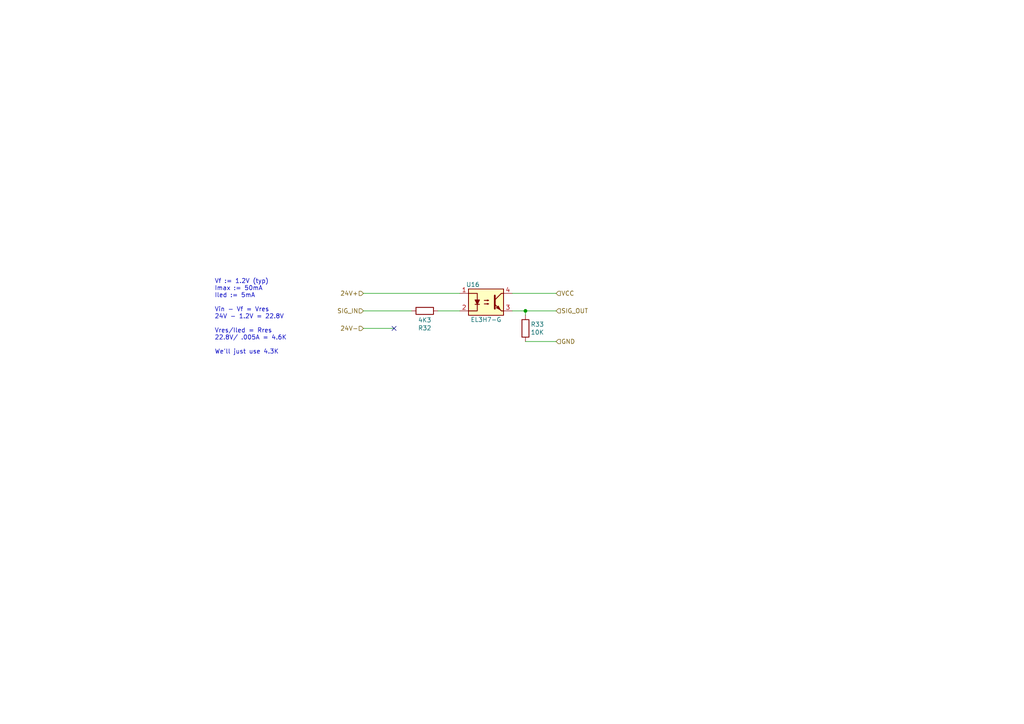
<source format=kicad_sch>
(kicad_sch (version 20211123) (generator eeschema)
  (paper "A4")
  (lib_symbols
    (symbol "Device:R" (pin_numbers hide) (pin_names (offset 0))
      (property "Reference" "R" (at 2.032 0 90))
      (property "Value" "R" (at 0 0 90))
      (symbol "R_0_1"
        (rectangle (start -1.016 -2.54) (end 1.016 2.54) (stroke (width 0.254)))
      )
      (symbol "R_1_1"
        (pin passive line (at 0 3.81 270) (length 1.27) (name "~") (number "1"))
        (pin passive line (at 0 -3.81 90) (length 1.27) (name "~") (number "2"))
      )
    )
    (symbol "william_optoisolators:EL3H7-G" (pin_names (offset 1.016))
      (property "Reference" "U" (at -3.81 5.08 0))
      (property "Value" "william_optoisolators_EL3H7-G" (at -1.27 -5.08 0))
      (symbol "EL3H7-G_1_1"
        (rectangle (start -5.08 3.81) (end 5.08 -3.81) (stroke (width 0.254)) (fill (type background)))
        (polyline (pts (xy -3.175 -0.635) (xy -1.905 -0.635)) (stroke (width 0.254)))
        (polyline (pts (xy 2.54 1.905) (xy 2.54 -1.905) (xy 2.54 -1.905)) (stroke (width 0.508)))
        (polyline (pts (xy 5.08 -2.54) (xy 4.445 -2.54) (xy 2.54 -0.635)) (stroke (width 0.254)))
        (polyline (pts (xy 5.08 2.54) (xy 4.445 2.54) (xy 2.54 0.635)) (stroke (width 0.254)))
        (polyline (pts (xy -5.08 -2.54) (xy -2.54 -2.54) (xy -2.54 2.54) (xy -5.08 2.54)) (stroke (width 0.254)))
        (polyline (pts (xy -2.54 -0.635) (xy -3.175 0.635) (xy -1.905 0.635) (xy -2.54 -0.635)) (stroke (width 0.254)) (fill (type outline)))
        (polyline (pts (xy -0.508 -0.508) (xy 0.762 -0.508) (xy 0.381 -0.635) (xy 0.381 -0.381) (xy 0.762 -0.508)) (stroke (width 0.254)))
        (polyline (pts (xy -0.508 0.508) (xy 0.762 0.508) (xy 0.381 0.381) (xy 0.381 0.635) (xy 0.762 0.508)) (stroke (width 0.254)))
        (polyline (pts (xy 3.048 -1.651) (xy 3.556 -1.143) (xy 4.064 -2.159) (xy 3.048 -1.651) (xy 3.048 -1.651)) (stroke (width 0.254)) (fill (type outline)))
        (pin passive line (at -7.62 2.54 0) (length 2.54) (name "~") (number "1"))
        (pin passive line (at -7.62 -2.54 0) (length 2.54) (name "~") (number "2"))
        (pin passive line (at 7.62 -2.54 180) (length 2.54) (name "~") (number "3"))
        (pin passive line (at 7.62 2.54 180) (length 2.54) (name "~") (number "4"))
      )
    )
  )
  (junction (at 152.4 90.17))
  (no_connect (at 114.3 95.25))
  (wire (pts (xy 152.4 90.17) (xy 161.29 90.17)))
  (wire (pts (xy 114.3 95.25) (xy 105.41 95.25)))
  (wire (pts (xy 152.4 91.44) (xy 152.4 90.17)))
  (wire (pts (xy 105.41 85.09) (xy 133.35 85.09)))
  (wire (pts (xy 152.4 99.06) (xy 161.29 99.06)))
  (wire (pts (xy 105.41 90.17) (xy 119.38 90.17)))
  (wire (pts (xy 148.59 85.09) (xy 161.29 85.09)))
  (wire (pts (xy 148.59 90.17) (xy 152.4 90.17)))
  (wire (pts (xy 127 90.17) (xy 133.35 90.17)))
  (text "Vf := 1.2V (typ)\nImax := 50mA\nIled := 5mA\n\nVin - Vf = Vres\n24V - 1.2V = 22.8V\n\nVres/Iled = Rres\n22.8V/ .005A = 4.6K\n\nWe'll just use 4.3K" (at 62.23 102.87 0) (effects (font (size 1.27 1.27)) (justify left bottom)))
  (hierarchical_label "SIG_OUT" (shape input) (at 161.29 90.17 0))
  (hierarchical_label "VCC" (shape input) (at 161.29 85.09 0))
  (hierarchical_label "24V+" (shape input) (at 105.41 85.09 180))
  (hierarchical_label "24V-" (shape input) (at 105.41 95.25 180))
  (hierarchical_label "GND" (shape input) (at 161.29 99.06 0))
  (hierarchical_label "SIG_IN" (shape input) (at 105.41 90.17 180))
  (symbol (lib_id "william_optoisolators:EL3H7-G") (at 140.97 87.63 0) (unit 1)
    (property "Reference" "U16" (at 137.16 82.55 0))
    (property "Value" "EL3H7-G" (at 140.97 92.71 0))
    (property "Footprint" "Package_SO:SOP-4_4.4x2.6mm_P1.27mm" (effects hide))
  )
  (symbol (lib_id "Device:R") (at 123.19 90.17 270) (mirror x) (unit 1)
    (property "Reference" "R32" (at 123.19 95.1484 90))
    (property "Value" "4K3" (at 123.19 92.837 90))
    (property "Footprint" "Resistor_SMD:R_0603_1608Metric" (effects hide))
  )
  (symbol (lib_id "Device:R") (at 152.4 95.25 0) (unit 1)
    (property "Reference" "R33" (at 153.8986 94.0816 0) (effects (justify left)))
    (property "Value" "10K" (at 153.8986 96.393 0) (effects (justify left)))
    (property "Footprint" "Resistor_SMD:R_0603_1608Metric" (effects hide))
  )
)
</source>
